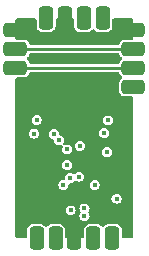
<source format=gbr>
%TF.GenerationSoftware,KiCad,Pcbnew,7.0.8*%
%TF.CreationDate,2024-02-17T11:30:40+00:00*%
%TF.ProjectId,uCoilDriver_I2C,75436f69-6c44-4726-9976-65725f493243,rev?*%
%TF.SameCoordinates,Original*%
%TF.FileFunction,Copper,L4,Bot*%
%TF.FilePolarity,Positive*%
%FSLAX46Y46*%
G04 Gerber Fmt 4.6, Leading zero omitted, Abs format (unit mm)*
G04 Created by KiCad (PCBNEW 7.0.8) date 2024-02-17 11:30:40*
%MOMM*%
%LPD*%
G01*
G04 APERTURE LIST*
G04 Aperture macros list*
%AMRoundRect*
0 Rectangle with rounded corners*
0 $1 Rounding radius*
0 $2 $3 $4 $5 $6 $7 $8 $9 X,Y pos of 4 corners*
0 Add a 4 corners polygon primitive as box body*
4,1,4,$2,$3,$4,$5,$6,$7,$8,$9,$2,$3,0*
0 Add four circle primitives for the rounded corners*
1,1,$1+$1,$2,$3*
1,1,$1+$1,$4,$5*
1,1,$1+$1,$6,$7*
1,1,$1+$1,$8,$9*
0 Add four rect primitives between the rounded corners*
20,1,$1+$1,$2,$3,$4,$5,0*
20,1,$1+$1,$4,$5,$6,$7,0*
20,1,$1+$1,$6,$7,$8,$9,0*
20,1,$1+$1,$8,$9,$2,$3,0*%
G04 Aperture macros list end*
%TA.AperFunction,CastellatedPad*%
%ADD10RoundRect,0.300000X-0.300000X-0.700000X0.300000X-0.700000X0.300000X0.700000X-0.300000X0.700000X0*%
%TD*%
%TA.AperFunction,CastellatedPad*%
%ADD11RoundRect,0.300000X-0.700000X0.300000X-0.700000X-0.300000X0.700000X-0.300000X0.700000X0.300000X0*%
%TD*%
%TA.AperFunction,CastellatedPad*%
%ADD12RoundRect,0.300000X0.700000X-0.300000X0.700000X0.300000X-0.700000X0.300000X-0.700000X-0.300000X0*%
%TD*%
%TA.AperFunction,CastellatedPad*%
%ADD13RoundRect,0.300000X0.300000X0.700000X-0.300000X0.700000X-0.300000X-0.700000X0.300000X-0.700000X0*%
%TD*%
%TA.AperFunction,ViaPad*%
%ADD14C,0.450000*%
%TD*%
%TA.AperFunction,ViaPad*%
%ADD15C,0.440000*%
%TD*%
%TA.AperFunction,Conductor*%
%ADD16C,0.250000*%
%TD*%
G04 APERTURE END LIST*
D10*
%TO.P,TP2,1,1*%
%TO.N,GND*%
X75699800Y-81550000D03*
%TD*%
D11*
%TO.P,TP6,1,1*%
%TO.N,/NRST*%
X81500000Y-87400400D03*
%TD*%
%TO.P,,1,1*%
%TO.N,/I2C1_SDA*%
X71500000Y-85800200D03*
%TD*%
%TO.P,TP7,1,1*%
%TO.N,/I2C1_SDA*%
X81500000Y-85800200D03*
%TD*%
D10*
%TO.P,TP13,1,1*%
%TO.N,/OUT1*%
X73299600Y-100200000D03*
%TD*%
D12*
%TO.P,TP8,1,1*%
%TO.N,/I2C1_SCL*%
X81500000Y-84200000D03*
%TD*%
%TO.P,,1,1*%
%TO.N,/I2C1_SCL*%
X71500000Y-84200000D03*
%TD*%
D10*
%TO.P,TP15,1,1*%
%TO.N,GND*%
X76500000Y-100200000D03*
%TD*%
%TO.P,TP17,1,1*%
%TO.N,/ADC_IN*%
X78100200Y-100200000D03*
%TD*%
%TO.P,TP14,1,1*%
%TO.N,/OUT2*%
X74899800Y-100200000D03*
%TD*%
D12*
%TO.P,TP11,1,1*%
%TO.N,GND*%
X81500000Y-82600000D03*
%TD*%
D10*
%TO.P,TP12,1,1*%
%TO.N,/SWDIO*%
X78900000Y-81550000D03*
%TD*%
D13*
%TO.P,TP3,1,1*%
%TO.N,/SWCLK*%
X77300000Y-81550000D03*
%TD*%
D12*
%TO.P,,1,1*%
%TO.N,GND*%
X71500000Y-82600000D03*
%TD*%
D10*
%TO.P,TP1,1,1*%
%TO.N,+12V*%
X74099600Y-81550000D03*
%TD*%
%TO.P,TP16,1,1*%
%TO.N,+3.3V*%
X79699600Y-100200000D03*
%TD*%
D14*
%TO.N,/NRST*%
X79335589Y-90235589D03*
X76962862Y-92385311D03*
%TO.N,GND*%
X78960251Y-86349700D03*
X76908240Y-83650500D03*
X80014411Y-90914411D03*
X78724500Y-87400000D03*
X78850500Y-88163400D03*
X72920000Y-96390000D03*
X76175000Y-88250000D03*
X72900000Y-92475000D03*
X77536664Y-94074433D03*
X73590000Y-96390000D03*
X76323774Y-96973450D03*
X78549500Y-94370000D03*
X75300000Y-88350000D03*
X80217605Y-91974153D03*
X74260000Y-96390000D03*
X78811630Y-94810255D03*
X75381142Y-96818372D03*
X74925000Y-88100000D03*
X72920000Y-95720000D03*
X75460000Y-91060000D03*
X79846725Y-91603275D03*
X79650000Y-83450000D03*
X77840000Y-97160000D03*
X78900000Y-84975000D03*
X78600000Y-83575000D03*
X74850000Y-96474500D03*
X79600000Y-84925000D03*
X73875000Y-94937500D03*
X76725000Y-96583500D03*
X77320000Y-96820000D03*
X77160000Y-85180000D03*
X79180000Y-97240000D03*
X78590000Y-97250000D03*
X78724500Y-86824027D03*
X78835462Y-88746720D03*
X75875000Y-96583500D03*
X73590000Y-95720000D03*
X75475000Y-85000000D03*
%TO.N,/PA2_IPROPI*%
X79025000Y-91300000D03*
X78211188Y-95711013D03*
%TO.N,/I2C1_SCL*%
X75862862Y-92691470D03*
%TO.N,/I2C1_SDA*%
X75895714Y-94010500D03*
%TO.N,/SWDIO*%
X73300500Y-90200000D03*
%TO.N,/SWCLK*%
X73050000Y-91350000D03*
%TO.N,/ADC_IN*%
X79264477Y-92935523D03*
%TO.N,Net-(U1-VREF)*%
X75565511Y-95706584D03*
X80065500Y-96860000D03*
%TO.N,/TIM2_CH2*%
X75172249Y-91914194D03*
X76872584Y-94997415D03*
%TO.N,/TIM2_CH1*%
X74774177Y-91400976D03*
X76141503Y-95132587D03*
%TO.N,/OUT2*%
X77351771Y-97694958D03*
X77350000Y-98320000D03*
D15*
%TO.N,/OUT1*%
X76175000Y-97858000D03*
%TD*%
D16*
%TO.N,/I2C1_SCL*%
X81500000Y-84200000D02*
X71500000Y-84200000D01*
%TO.N,/I2C1_SDA*%
X81500000Y-85800200D02*
X71500000Y-85800200D01*
%TD*%
%TA.AperFunction,Conductor*%
%TO.N,GND*%
G36*
X80256275Y-86145385D02*
G01*
X80302030Y-86198189D01*
X80305418Y-86206367D01*
X80356202Y-86342528D01*
X80356206Y-86342535D01*
X80442452Y-86457744D01*
X80442453Y-86457744D01*
X80442454Y-86457746D01*
X80485071Y-86489649D01*
X80500279Y-86501034D01*
X80542149Y-86556968D01*
X80547133Y-86626660D01*
X80513647Y-86687982D01*
X80500279Y-86699566D01*
X80442452Y-86742855D01*
X80356206Y-86858064D01*
X80356202Y-86858071D01*
X80305910Y-86992913D01*
X80305909Y-86992917D01*
X80299500Y-87052527D01*
X80299500Y-87052534D01*
X80299500Y-87052535D01*
X80299500Y-87748270D01*
X80299501Y-87748276D01*
X80305908Y-87807883D01*
X80356202Y-87942728D01*
X80356206Y-87942735D01*
X80442452Y-88057944D01*
X80442455Y-88057947D01*
X80557664Y-88144193D01*
X80557671Y-88144197D01*
X80602618Y-88160961D01*
X80692517Y-88194491D01*
X80752127Y-88200900D01*
X81376000Y-88200899D01*
X81443039Y-88220583D01*
X81488794Y-88273387D01*
X81500000Y-88324899D01*
X81500000Y-100071500D01*
X81480315Y-100138539D01*
X81427511Y-100184294D01*
X81376000Y-100195500D01*
X80624099Y-100195500D01*
X80557060Y-100175815D01*
X80511305Y-100123011D01*
X80500099Y-100071500D01*
X80500099Y-99452129D01*
X80500098Y-99452123D01*
X80500097Y-99452116D01*
X80493691Y-99392517D01*
X80443396Y-99257669D01*
X80443395Y-99257668D01*
X80443393Y-99257664D01*
X80357147Y-99142455D01*
X80357144Y-99142452D01*
X80241935Y-99056206D01*
X80241928Y-99056202D01*
X80107086Y-99005910D01*
X80107085Y-99005909D01*
X80107083Y-99005909D01*
X80047473Y-98999500D01*
X80047463Y-98999500D01*
X79351729Y-98999500D01*
X79351723Y-98999501D01*
X79292116Y-99005908D01*
X79157271Y-99056202D01*
X79157264Y-99056206D01*
X79042055Y-99142452D01*
X79042052Y-99142455D01*
X78999166Y-99199744D01*
X78943232Y-99241615D01*
X78873541Y-99246599D01*
X78812218Y-99213113D01*
X78800634Y-99199744D01*
X78757747Y-99142455D01*
X78757744Y-99142452D01*
X78642535Y-99056206D01*
X78642528Y-99056202D01*
X78507686Y-99005910D01*
X78507685Y-99005909D01*
X78507683Y-99005909D01*
X78448073Y-98999500D01*
X78448063Y-98999500D01*
X77752329Y-98999500D01*
X77752323Y-98999501D01*
X77692716Y-99005908D01*
X77557871Y-99056202D01*
X77557864Y-99056206D01*
X77442655Y-99142452D01*
X77442652Y-99142455D01*
X77356406Y-99257664D01*
X77356402Y-99257671D01*
X77306108Y-99392517D01*
X77299701Y-99452116D01*
X77299701Y-99452123D01*
X77299700Y-99452135D01*
X77299700Y-100071500D01*
X77280015Y-100138539D01*
X77227211Y-100184294D01*
X77175700Y-100195500D01*
X75824299Y-100195500D01*
X75757260Y-100175815D01*
X75711505Y-100123011D01*
X75700299Y-100071500D01*
X75700299Y-99452129D01*
X75700298Y-99452123D01*
X75700297Y-99452116D01*
X75693891Y-99392517D01*
X75643596Y-99257669D01*
X75643595Y-99257668D01*
X75643593Y-99257664D01*
X75557347Y-99142455D01*
X75557344Y-99142452D01*
X75442135Y-99056206D01*
X75442128Y-99056202D01*
X75307286Y-99005910D01*
X75307285Y-99005909D01*
X75307283Y-99005909D01*
X75247673Y-98999500D01*
X75247663Y-98999500D01*
X74551929Y-98999500D01*
X74551923Y-98999501D01*
X74492316Y-99005908D01*
X74357471Y-99056202D01*
X74357464Y-99056206D01*
X74242255Y-99142452D01*
X74198966Y-99200279D01*
X74143032Y-99242149D01*
X74073340Y-99247133D01*
X74012018Y-99213647D01*
X74000434Y-99200279D01*
X73989049Y-99185071D01*
X73957146Y-99142454D01*
X73957144Y-99142453D01*
X73957144Y-99142452D01*
X73841935Y-99056206D01*
X73841928Y-99056202D01*
X73707086Y-99005910D01*
X73707085Y-99005909D01*
X73707083Y-99005909D01*
X73647473Y-98999500D01*
X73647463Y-98999500D01*
X72951729Y-98999500D01*
X72951723Y-98999501D01*
X72892116Y-99005908D01*
X72757271Y-99056202D01*
X72757264Y-99056206D01*
X72642055Y-99142452D01*
X72642052Y-99142455D01*
X72555806Y-99257664D01*
X72555802Y-99257671D01*
X72505508Y-99392517D01*
X72499101Y-99452116D01*
X72499101Y-99452123D01*
X72499100Y-99452135D01*
X72499100Y-100071500D01*
X72479415Y-100138539D01*
X72426611Y-100184294D01*
X72375100Y-100195500D01*
X71626129Y-100195500D01*
X71559090Y-100175815D01*
X71513335Y-100123011D01*
X71502129Y-100071471D01*
X71502277Y-99448411D01*
X71502544Y-98320002D01*
X76919196Y-98320002D01*
X76940279Y-98453121D01*
X76940280Y-98453124D01*
X76940281Y-98453126D01*
X77001472Y-98573220D01*
X77001473Y-98573221D01*
X77001476Y-98573225D01*
X77096774Y-98668523D01*
X77096778Y-98668526D01*
X77096780Y-98668528D01*
X77216874Y-98729719D01*
X77216876Y-98729719D01*
X77216878Y-98729720D01*
X77349998Y-98750804D01*
X77350000Y-98750804D01*
X77350002Y-98750804D01*
X77483121Y-98729720D01*
X77483121Y-98729719D01*
X77483126Y-98729719D01*
X77603220Y-98668528D01*
X77698528Y-98573220D01*
X77759719Y-98453126D01*
X77780804Y-98320000D01*
X77775061Y-98283742D01*
X77759720Y-98186878D01*
X77759719Y-98186876D01*
X77759719Y-98186874D01*
X77698528Y-98066780D01*
X77698527Y-98066779D01*
X77697881Y-98065511D01*
X77684985Y-97996841D01*
X77697881Y-97952921D01*
X77700296Y-97948180D01*
X77700299Y-97948178D01*
X77761490Y-97828084D01*
X77761491Y-97828079D01*
X77782575Y-97694960D01*
X77782575Y-97694955D01*
X77761491Y-97561836D01*
X77761490Y-97561834D01*
X77761490Y-97561832D01*
X77700299Y-97441738D01*
X77700297Y-97441736D01*
X77700294Y-97441732D01*
X77604996Y-97346434D01*
X77604992Y-97346431D01*
X77604991Y-97346430D01*
X77484897Y-97285239D01*
X77484895Y-97285238D01*
X77484892Y-97285237D01*
X77351773Y-97264154D01*
X77351769Y-97264154D01*
X77218649Y-97285237D01*
X77098549Y-97346431D01*
X77098545Y-97346434D01*
X77003247Y-97441732D01*
X77003244Y-97441736D01*
X76942050Y-97561836D01*
X76920967Y-97694955D01*
X76920967Y-97694960D01*
X76942050Y-97828081D01*
X77003889Y-97949447D01*
X77016785Y-98018116D01*
X77003889Y-98062035D01*
X76940279Y-98186876D01*
X76919196Y-98319997D01*
X76919196Y-98320002D01*
X71502544Y-98320002D01*
X71502653Y-97858003D01*
X75749258Y-97858003D01*
X75770093Y-97989557D01*
X75770093Y-97989558D01*
X75830568Y-98108246D01*
X75830571Y-98108250D01*
X75924749Y-98202428D01*
X75924753Y-98202431D01*
X75924755Y-98202433D01*
X76043438Y-98262905D01*
X76043440Y-98262905D01*
X76043442Y-98262906D01*
X76174997Y-98283742D01*
X76175000Y-98283742D01*
X76175003Y-98283742D01*
X76306557Y-98262906D01*
X76306558Y-98262906D01*
X76306559Y-98262905D01*
X76306562Y-98262905D01*
X76425245Y-98202433D01*
X76519433Y-98108245D01*
X76579905Y-97989562D01*
X76579906Y-97989557D01*
X76600742Y-97858003D01*
X76600742Y-97857996D01*
X76579906Y-97726442D01*
X76579906Y-97726441D01*
X76579905Y-97726439D01*
X76579905Y-97726438D01*
X76519433Y-97607755D01*
X76519431Y-97607753D01*
X76519428Y-97607749D01*
X76425250Y-97513571D01*
X76425246Y-97513568D01*
X76425245Y-97513567D01*
X76306562Y-97453095D01*
X76306560Y-97453094D01*
X76306557Y-97453093D01*
X76175003Y-97432258D01*
X76174997Y-97432258D01*
X76043442Y-97453093D01*
X76043441Y-97453093D01*
X75924753Y-97513568D01*
X75924749Y-97513571D01*
X75830571Y-97607749D01*
X75830568Y-97607753D01*
X75770093Y-97726441D01*
X75770093Y-97726442D01*
X75749258Y-97857996D01*
X75749258Y-97858003D01*
X71502653Y-97858003D01*
X71502889Y-96860002D01*
X79634696Y-96860002D01*
X79655779Y-96993121D01*
X79655780Y-96993124D01*
X79655781Y-96993126D01*
X79716972Y-97113220D01*
X79716973Y-97113221D01*
X79716976Y-97113225D01*
X79812274Y-97208523D01*
X79812278Y-97208526D01*
X79812280Y-97208528D01*
X79932374Y-97269719D01*
X79932376Y-97269719D01*
X79932378Y-97269720D01*
X80065498Y-97290804D01*
X80065500Y-97290804D01*
X80065502Y-97290804D01*
X80198621Y-97269720D01*
X80198621Y-97269719D01*
X80198626Y-97269719D01*
X80318720Y-97208528D01*
X80414028Y-97113220D01*
X80475219Y-96993126D01*
X80496304Y-96860000D01*
X80475219Y-96726874D01*
X80414028Y-96606780D01*
X80414026Y-96606778D01*
X80414023Y-96606774D01*
X80318725Y-96511476D01*
X80318721Y-96511473D01*
X80318720Y-96511472D01*
X80198626Y-96450281D01*
X80198624Y-96450280D01*
X80198621Y-96450279D01*
X80065502Y-96429196D01*
X80065498Y-96429196D01*
X79932378Y-96450279D01*
X79812278Y-96511473D01*
X79812274Y-96511476D01*
X79716976Y-96606774D01*
X79716973Y-96606778D01*
X79655779Y-96726878D01*
X79634696Y-96859997D01*
X79634696Y-96860002D01*
X71502889Y-96860002D01*
X71503162Y-95706586D01*
X75134707Y-95706586D01*
X75155790Y-95839705D01*
X75155791Y-95839708D01*
X75155792Y-95839710D01*
X75158049Y-95844139D01*
X75216984Y-95959805D01*
X75216987Y-95959809D01*
X75312285Y-96055107D01*
X75312289Y-96055110D01*
X75312291Y-96055112D01*
X75432385Y-96116303D01*
X75432387Y-96116303D01*
X75432389Y-96116304D01*
X75565509Y-96137388D01*
X75565511Y-96137388D01*
X75565513Y-96137388D01*
X75698632Y-96116304D01*
X75698632Y-96116303D01*
X75698637Y-96116303D01*
X75818731Y-96055112D01*
X75914039Y-95959804D01*
X75975230Y-95839710D01*
X75975231Y-95839705D01*
X75995614Y-95711015D01*
X77780384Y-95711015D01*
X77801467Y-95844134D01*
X77801468Y-95844137D01*
X77801469Y-95844139D01*
X77860404Y-95959805D01*
X77862661Y-95964234D01*
X77862664Y-95964238D01*
X77957962Y-96059536D01*
X77957966Y-96059539D01*
X77957968Y-96059541D01*
X78078062Y-96120732D01*
X78078064Y-96120732D01*
X78078066Y-96120733D01*
X78211186Y-96141817D01*
X78211188Y-96141817D01*
X78211190Y-96141817D01*
X78344309Y-96120733D01*
X78344309Y-96120732D01*
X78344314Y-96120732D01*
X78464408Y-96059541D01*
X78559716Y-95964233D01*
X78620907Y-95844139D01*
X78620908Y-95844134D01*
X78641992Y-95711015D01*
X78641992Y-95711010D01*
X78620908Y-95577891D01*
X78620907Y-95577889D01*
X78620907Y-95577887D01*
X78559716Y-95457793D01*
X78559714Y-95457791D01*
X78559711Y-95457787D01*
X78464413Y-95362489D01*
X78464409Y-95362486D01*
X78464408Y-95362485D01*
X78344314Y-95301294D01*
X78344312Y-95301293D01*
X78344309Y-95301292D01*
X78211190Y-95280209D01*
X78211186Y-95280209D01*
X78078066Y-95301292D01*
X77957966Y-95362486D01*
X77957962Y-95362489D01*
X77862664Y-95457787D01*
X77862661Y-95457791D01*
X77801467Y-95577891D01*
X77780384Y-95711010D01*
X77780384Y-95711015D01*
X75995614Y-95711015D01*
X75996315Y-95706586D01*
X75996315Y-95706584D01*
X75996015Y-95704691D01*
X75996315Y-95702369D01*
X75996315Y-95696825D01*
X75997031Y-95696825D01*
X76004969Y-95635397D01*
X76049964Y-95581945D01*
X76116715Y-95561304D01*
X76137881Y-95562817D01*
X76141503Y-95563391D01*
X76236831Y-95548292D01*
X76274624Y-95542307D01*
X76274624Y-95542306D01*
X76274629Y-95542306D01*
X76394723Y-95481115D01*
X76490031Y-95385807D01*
X76490031Y-95385805D01*
X76496389Y-95379448D01*
X76557712Y-95345962D01*
X76627403Y-95350946D01*
X76640350Y-95356636D01*
X76739458Y-95407134D01*
X76739460Y-95407134D01*
X76739462Y-95407135D01*
X76872582Y-95428219D01*
X76872584Y-95428219D01*
X76872586Y-95428219D01*
X77005705Y-95407135D01*
X77005705Y-95407134D01*
X77005710Y-95407134D01*
X77125804Y-95345943D01*
X77221112Y-95250635D01*
X77282303Y-95130541D01*
X77282304Y-95130536D01*
X77303388Y-94997417D01*
X77303388Y-94997412D01*
X77282304Y-94864293D01*
X77282303Y-94864291D01*
X77282303Y-94864289D01*
X77221112Y-94744195D01*
X77221110Y-94744193D01*
X77221107Y-94744189D01*
X77125809Y-94648891D01*
X77125805Y-94648888D01*
X77125804Y-94648887D01*
X77005710Y-94587696D01*
X77005708Y-94587695D01*
X77005705Y-94587694D01*
X76872586Y-94566611D01*
X76872582Y-94566611D01*
X76739462Y-94587694D01*
X76619362Y-94648888D01*
X76517695Y-94750555D01*
X76456372Y-94784039D01*
X76386680Y-94779055D01*
X76373734Y-94773364D01*
X76274629Y-94722868D01*
X76274627Y-94722867D01*
X76274624Y-94722866D01*
X76141505Y-94701783D01*
X76141501Y-94701783D01*
X76008381Y-94722866D01*
X75888281Y-94784060D01*
X75888277Y-94784063D01*
X75792979Y-94879361D01*
X75792976Y-94879365D01*
X75792975Y-94879367D01*
X75732826Y-94997417D01*
X75731782Y-94999465D01*
X75710699Y-95132584D01*
X75710699Y-95132593D01*
X75710999Y-95134488D01*
X75710699Y-95136808D01*
X75710699Y-95142346D01*
X75709983Y-95142346D01*
X75702041Y-95203781D01*
X75657042Y-95257230D01*
X75590289Y-95277866D01*
X75569131Y-95276353D01*
X75565513Y-95275780D01*
X75565509Y-95275780D01*
X75432389Y-95296863D01*
X75312289Y-95358057D01*
X75312285Y-95358060D01*
X75216987Y-95453358D01*
X75216984Y-95453362D01*
X75155790Y-95573462D01*
X75134707Y-95706581D01*
X75134707Y-95706586D01*
X71503162Y-95706586D01*
X71503563Y-94010502D01*
X75464910Y-94010502D01*
X75485993Y-94143621D01*
X75485994Y-94143624D01*
X75485995Y-94143626D01*
X75547186Y-94263720D01*
X75547187Y-94263721D01*
X75547190Y-94263725D01*
X75642488Y-94359023D01*
X75642492Y-94359026D01*
X75642494Y-94359028D01*
X75762588Y-94420219D01*
X75762590Y-94420219D01*
X75762592Y-94420220D01*
X75895712Y-94441304D01*
X75895714Y-94441304D01*
X75895716Y-94441304D01*
X76028835Y-94420220D01*
X76028835Y-94420219D01*
X76028840Y-94420219D01*
X76148934Y-94359028D01*
X76244242Y-94263720D01*
X76305433Y-94143626D01*
X76326518Y-94010500D01*
X76305433Y-93877374D01*
X76244242Y-93757280D01*
X76244240Y-93757278D01*
X76244237Y-93757274D01*
X76148939Y-93661976D01*
X76148935Y-93661973D01*
X76148934Y-93661972D01*
X76028840Y-93600781D01*
X76028838Y-93600780D01*
X76028835Y-93600779D01*
X75895716Y-93579696D01*
X75895712Y-93579696D01*
X75762592Y-93600779D01*
X75642492Y-93661973D01*
X75642488Y-93661976D01*
X75547190Y-93757274D01*
X75547187Y-93757278D01*
X75485993Y-93877378D01*
X75464910Y-94010497D01*
X75464910Y-94010502D01*
X71503563Y-94010502D01*
X71503958Y-92342942D01*
X71504193Y-91350002D01*
X72619196Y-91350002D01*
X72640279Y-91483121D01*
X72640280Y-91483124D01*
X72640281Y-91483126D01*
X72701472Y-91603220D01*
X72701473Y-91603221D01*
X72701476Y-91603225D01*
X72796774Y-91698523D01*
X72796778Y-91698526D01*
X72796780Y-91698528D01*
X72916874Y-91759719D01*
X72916876Y-91759719D01*
X72916878Y-91759720D01*
X73049998Y-91780804D01*
X73050000Y-91780804D01*
X73050002Y-91780804D01*
X73183121Y-91759720D01*
X73183121Y-91759719D01*
X73183126Y-91759719D01*
X73303220Y-91698528D01*
X73398528Y-91603220D01*
X73459719Y-91483126D01*
X73472730Y-91400978D01*
X74343373Y-91400978D01*
X74364456Y-91534097D01*
X74364457Y-91534100D01*
X74364458Y-91534102D01*
X74425649Y-91654196D01*
X74425650Y-91654197D01*
X74425653Y-91654201D01*
X74520951Y-91749499D01*
X74520955Y-91749502D01*
X74520957Y-91749504D01*
X74641051Y-91810695D01*
X74641052Y-91810695D01*
X74641054Y-91810696D01*
X74650336Y-91813712D01*
X74649694Y-91815685D01*
X74701354Y-91840167D01*
X74738293Y-91899474D01*
X74741306Y-91913323D01*
X74762528Y-92047315D01*
X74762529Y-92047318D01*
X74762530Y-92047320D01*
X74815916Y-92152095D01*
X74823722Y-92167415D01*
X74823725Y-92167419D01*
X74919023Y-92262717D01*
X74919027Y-92262720D01*
X74919029Y-92262722D01*
X75039123Y-92323913D01*
X75039125Y-92323913D01*
X75039127Y-92323914D01*
X75172247Y-92344998D01*
X75172249Y-92344998D01*
X75172251Y-92344998D01*
X75305370Y-92323914D01*
X75305370Y-92323913D01*
X75305375Y-92323913D01*
X75326257Y-92313273D01*
X75394921Y-92300377D01*
X75459662Y-92326652D01*
X75499920Y-92383757D01*
X75502914Y-92453563D01*
X75493034Y-92480052D01*
X75453141Y-92558346D01*
X75432058Y-92691467D01*
X75432058Y-92691472D01*
X75453141Y-92824591D01*
X75453142Y-92824594D01*
X75453143Y-92824596D01*
X75514334Y-92944690D01*
X75514335Y-92944691D01*
X75514338Y-92944695D01*
X75609636Y-93039993D01*
X75609640Y-93039996D01*
X75609642Y-93039998D01*
X75729736Y-93101189D01*
X75729738Y-93101189D01*
X75729740Y-93101190D01*
X75862860Y-93122274D01*
X75862862Y-93122274D01*
X75862864Y-93122274D01*
X75995983Y-93101190D01*
X75995983Y-93101189D01*
X75995988Y-93101189D01*
X76116082Y-93039998D01*
X76211390Y-92944690D01*
X76216060Y-92935525D01*
X78833673Y-92935525D01*
X78854756Y-93068644D01*
X78854757Y-93068647D01*
X78854758Y-93068649D01*
X78915949Y-93188743D01*
X78915950Y-93188744D01*
X78915953Y-93188748D01*
X79011251Y-93284046D01*
X79011255Y-93284049D01*
X79011257Y-93284051D01*
X79131351Y-93345242D01*
X79131353Y-93345242D01*
X79131355Y-93345243D01*
X79264475Y-93366327D01*
X79264477Y-93366327D01*
X79264479Y-93366327D01*
X79397598Y-93345243D01*
X79397598Y-93345242D01*
X79397603Y-93345242D01*
X79517697Y-93284051D01*
X79613005Y-93188743D01*
X79674196Y-93068649D01*
X79678735Y-93039993D01*
X79695281Y-92935525D01*
X79695281Y-92935520D01*
X79674197Y-92802401D01*
X79674196Y-92802399D01*
X79674196Y-92802397D01*
X79613005Y-92682303D01*
X79613003Y-92682301D01*
X79613000Y-92682297D01*
X79517702Y-92586999D01*
X79517698Y-92586996D01*
X79517697Y-92586995D01*
X79397603Y-92525804D01*
X79397601Y-92525803D01*
X79397598Y-92525802D01*
X79264479Y-92504719D01*
X79264475Y-92504719D01*
X79131355Y-92525802D01*
X79011255Y-92586996D01*
X79011251Y-92586999D01*
X78915953Y-92682297D01*
X78915950Y-92682301D01*
X78854756Y-92802401D01*
X78833673Y-92935520D01*
X78833673Y-92935525D01*
X76216060Y-92935525D01*
X76272581Y-92824596D01*
X76273924Y-92816115D01*
X76293666Y-92691472D01*
X76293666Y-92691467D01*
X76272582Y-92558348D01*
X76272581Y-92558346D01*
X76272581Y-92558344D01*
X76211390Y-92438250D01*
X76211388Y-92438248D01*
X76211385Y-92438244D01*
X76158454Y-92385313D01*
X76532058Y-92385313D01*
X76553141Y-92518432D01*
X76553142Y-92518435D01*
X76553143Y-92518437D01*
X76614334Y-92638531D01*
X76614335Y-92638532D01*
X76614338Y-92638536D01*
X76709636Y-92733834D01*
X76709640Y-92733837D01*
X76709642Y-92733839D01*
X76829736Y-92795030D01*
X76829738Y-92795030D01*
X76829740Y-92795031D01*
X76962860Y-92816115D01*
X76962862Y-92816115D01*
X76962864Y-92816115D01*
X77095983Y-92795031D01*
X77095983Y-92795030D01*
X77095988Y-92795030D01*
X77216082Y-92733839D01*
X77311390Y-92638531D01*
X77372581Y-92518437D01*
X77382856Y-92453563D01*
X77393666Y-92385313D01*
X77393666Y-92385308D01*
X77372582Y-92252189D01*
X77372581Y-92252187D01*
X77372581Y-92252185D01*
X77311390Y-92132091D01*
X77311388Y-92132089D01*
X77311385Y-92132085D01*
X77216087Y-92036787D01*
X77216083Y-92036784D01*
X77216082Y-92036783D01*
X77095988Y-91975592D01*
X77095986Y-91975591D01*
X77095983Y-91975590D01*
X76962864Y-91954507D01*
X76962860Y-91954507D01*
X76829740Y-91975590D01*
X76709640Y-92036784D01*
X76709636Y-92036787D01*
X76614338Y-92132085D01*
X76614335Y-92132089D01*
X76614334Y-92132091D01*
X76568574Y-92221901D01*
X76553141Y-92252189D01*
X76532058Y-92385308D01*
X76532058Y-92385313D01*
X76158454Y-92385313D01*
X76116087Y-92342946D01*
X76116083Y-92342943D01*
X76116082Y-92342942D01*
X75995988Y-92281751D01*
X75995986Y-92281750D01*
X75995983Y-92281749D01*
X75862864Y-92260666D01*
X75862860Y-92260666D01*
X75729739Y-92281749D01*
X75708854Y-92292391D01*
X75640184Y-92305286D01*
X75575444Y-92279008D01*
X75535188Y-92221901D01*
X75532197Y-92152095D01*
X75542072Y-92125618D01*
X75581968Y-92047320D01*
X75603053Y-91914194D01*
X75602915Y-91913323D01*
X75581969Y-91781072D01*
X75581968Y-91781070D01*
X75581968Y-91781068D01*
X75520777Y-91660974D01*
X75520775Y-91660972D01*
X75520772Y-91660968D01*
X75425474Y-91565670D01*
X75425471Y-91565668D01*
X75425469Y-91565666D01*
X75343849Y-91524078D01*
X75305372Y-91504473D01*
X75296091Y-91501458D01*
X75296730Y-91499488D01*
X75245049Y-91474981D01*
X75208124Y-91415665D01*
X75205119Y-91401845D01*
X75188989Y-91300002D01*
X78594196Y-91300002D01*
X78615279Y-91433121D01*
X78615280Y-91433124D01*
X78615281Y-91433126D01*
X78666731Y-91534102D01*
X78676473Y-91553221D01*
X78676476Y-91553225D01*
X78771774Y-91648523D01*
X78771778Y-91648526D01*
X78771780Y-91648528D01*
X78891874Y-91709719D01*
X78891876Y-91709719D01*
X78891878Y-91709720D01*
X79024998Y-91730804D01*
X79025000Y-91730804D01*
X79025002Y-91730804D01*
X79158121Y-91709720D01*
X79158121Y-91709719D01*
X79158126Y-91709719D01*
X79278220Y-91648528D01*
X79373528Y-91553220D01*
X79434719Y-91433126D01*
X79437485Y-91415665D01*
X79455804Y-91300002D01*
X79455804Y-91299997D01*
X79434720Y-91166878D01*
X79434719Y-91166876D01*
X79434719Y-91166874D01*
X79373528Y-91046780D01*
X79373526Y-91046778D01*
X79373523Y-91046774D01*
X79278225Y-90951476D01*
X79278221Y-90951473D01*
X79278220Y-90951472D01*
X79158126Y-90890281D01*
X79158124Y-90890280D01*
X79158121Y-90890279D01*
X79025002Y-90869196D01*
X79024998Y-90869196D01*
X78891878Y-90890279D01*
X78771778Y-90951473D01*
X78771774Y-90951476D01*
X78676476Y-91046774D01*
X78676473Y-91046778D01*
X78615279Y-91166878D01*
X78594196Y-91299997D01*
X78594196Y-91300002D01*
X75188989Y-91300002D01*
X75183897Y-91267854D01*
X75183896Y-91267852D01*
X75183896Y-91267850D01*
X75122705Y-91147756D01*
X75122703Y-91147754D01*
X75122700Y-91147750D01*
X75027402Y-91052452D01*
X75027398Y-91052449D01*
X75027397Y-91052448D01*
X74907303Y-90991257D01*
X74907301Y-90991256D01*
X74907298Y-90991255D01*
X74774179Y-90970172D01*
X74774175Y-90970172D01*
X74641055Y-90991255D01*
X74520955Y-91052449D01*
X74520951Y-91052452D01*
X74425653Y-91147750D01*
X74425650Y-91147754D01*
X74364456Y-91267854D01*
X74343373Y-91400973D01*
X74343373Y-91400978D01*
X73472730Y-91400978D01*
X73480804Y-91350002D01*
X73480804Y-91349997D01*
X73459720Y-91216878D01*
X73459719Y-91216876D01*
X73459719Y-91216874D01*
X73398528Y-91096780D01*
X73398526Y-91096778D01*
X73398523Y-91096774D01*
X73303225Y-91001476D01*
X73303221Y-91001473D01*
X73303220Y-91001472D01*
X73183126Y-90940281D01*
X73183124Y-90940280D01*
X73183121Y-90940279D01*
X73050002Y-90919196D01*
X73049998Y-90919196D01*
X72916878Y-90940279D01*
X72916874Y-90940280D01*
X72916874Y-90940281D01*
X72894903Y-90951476D01*
X72796778Y-91001473D01*
X72796774Y-91001476D01*
X72701476Y-91096774D01*
X72701473Y-91096778D01*
X72640279Y-91216878D01*
X72619196Y-91349997D01*
X72619196Y-91350002D01*
X71504193Y-91350002D01*
X71504465Y-90200002D01*
X72869696Y-90200002D01*
X72890779Y-90333121D01*
X72890780Y-90333124D01*
X72890781Y-90333126D01*
X72908912Y-90368710D01*
X72951973Y-90453221D01*
X72951976Y-90453225D01*
X73047274Y-90548523D01*
X73047278Y-90548526D01*
X73047280Y-90548528D01*
X73167374Y-90609719D01*
X73167376Y-90609719D01*
X73167378Y-90609720D01*
X73300498Y-90630804D01*
X73300500Y-90630804D01*
X73300502Y-90630804D01*
X73433621Y-90609720D01*
X73433621Y-90609719D01*
X73433626Y-90609719D01*
X73553720Y-90548528D01*
X73649028Y-90453220D01*
X73710219Y-90333126D01*
X73725667Y-90235591D01*
X78904785Y-90235591D01*
X78925868Y-90368710D01*
X78925869Y-90368713D01*
X78925870Y-90368715D01*
X78987061Y-90488809D01*
X78987062Y-90488810D01*
X78987065Y-90488814D01*
X79082363Y-90584112D01*
X79082367Y-90584115D01*
X79082369Y-90584117D01*
X79202463Y-90645308D01*
X79202465Y-90645308D01*
X79202467Y-90645309D01*
X79335587Y-90666393D01*
X79335589Y-90666393D01*
X79335591Y-90666393D01*
X79468710Y-90645309D01*
X79468710Y-90645308D01*
X79468715Y-90645308D01*
X79588809Y-90584117D01*
X79684117Y-90488809D01*
X79745308Y-90368715D01*
X79766393Y-90235589D01*
X79760756Y-90200000D01*
X79745309Y-90102467D01*
X79745308Y-90102465D01*
X79745308Y-90102463D01*
X79684117Y-89982369D01*
X79684115Y-89982367D01*
X79684112Y-89982363D01*
X79588814Y-89887065D01*
X79588810Y-89887062D01*
X79588809Y-89887061D01*
X79468715Y-89825870D01*
X79468713Y-89825869D01*
X79468710Y-89825868D01*
X79335591Y-89804785D01*
X79335587Y-89804785D01*
X79202467Y-89825868D01*
X79082367Y-89887062D01*
X79082363Y-89887065D01*
X78987065Y-89982363D01*
X78987062Y-89982367D01*
X78925868Y-90102467D01*
X78904785Y-90235586D01*
X78904785Y-90235591D01*
X73725667Y-90235591D01*
X73731304Y-90200002D01*
X73731304Y-90199997D01*
X73710220Y-90066878D01*
X73710219Y-90066876D01*
X73710219Y-90066874D01*
X73649028Y-89946780D01*
X73649026Y-89946778D01*
X73649023Y-89946774D01*
X73553725Y-89851476D01*
X73553721Y-89851473D01*
X73553720Y-89851472D01*
X73433626Y-89790281D01*
X73433624Y-89790280D01*
X73433621Y-89790279D01*
X73300502Y-89769196D01*
X73300498Y-89769196D01*
X73167378Y-89790279D01*
X73047278Y-89851473D01*
X73047274Y-89851476D01*
X72951976Y-89946774D01*
X72951973Y-89946778D01*
X72890779Y-90066878D01*
X72869696Y-90199997D01*
X72869696Y-90200002D01*
X71504465Y-90200002D01*
X71505287Y-86724670D01*
X71524987Y-86657635D01*
X71577802Y-86611892D01*
X71629287Y-86600699D01*
X72247871Y-86600699D01*
X72247872Y-86600699D01*
X72307483Y-86594291D01*
X72442331Y-86543996D01*
X72557546Y-86457746D01*
X72643796Y-86342531D01*
X72694091Y-86207683D01*
X72694090Y-86207683D01*
X72694582Y-86206367D01*
X72736453Y-86150433D01*
X72801917Y-86126016D01*
X72810764Y-86125700D01*
X80189236Y-86125700D01*
X80256275Y-86145385D01*
G37*
%TD.AperFunction*%
%TA.AperFunction,Conductor*%
G36*
X80256275Y-84545185D02*
G01*
X80302030Y-84597989D01*
X80305418Y-84606167D01*
X80356202Y-84742328D01*
X80356206Y-84742335D01*
X80442452Y-84857544D01*
X80442453Y-84857544D01*
X80442454Y-84857546D01*
X80485071Y-84889449D01*
X80500279Y-84900834D01*
X80542149Y-84956768D01*
X80547133Y-85026460D01*
X80513647Y-85087782D01*
X80500279Y-85099366D01*
X80442452Y-85142655D01*
X80356206Y-85257864D01*
X80356202Y-85257871D01*
X80305418Y-85394033D01*
X80263547Y-85449967D01*
X80198083Y-85474384D01*
X80189236Y-85474700D01*
X72810764Y-85474700D01*
X72743725Y-85455015D01*
X72697970Y-85402211D01*
X72694582Y-85394033D01*
X72643797Y-85257871D01*
X72643793Y-85257864D01*
X72557547Y-85142656D01*
X72557548Y-85142656D01*
X72557546Y-85142654D01*
X72499719Y-85099365D01*
X72457850Y-85043433D01*
X72452866Y-84973741D01*
X72486351Y-84912418D01*
X72499714Y-84900839D01*
X72557546Y-84857546D01*
X72643796Y-84742331D01*
X72694091Y-84607483D01*
X72694090Y-84607483D01*
X72694582Y-84606167D01*
X72736453Y-84550233D01*
X72801917Y-84525816D01*
X72810764Y-84525500D01*
X80189236Y-84525500D01*
X80256275Y-84545185D01*
G37*
%TD.AperFunction*%
%TA.AperFunction,Conductor*%
G36*
X73242140Y-81619685D02*
G01*
X73287895Y-81672489D01*
X73299101Y-81724000D01*
X73299101Y-82297876D01*
X73305508Y-82357483D01*
X73355802Y-82492328D01*
X73355806Y-82492335D01*
X73442052Y-82607544D01*
X73442055Y-82607547D01*
X73557264Y-82693793D01*
X73557271Y-82693797D01*
X73602218Y-82710561D01*
X73692117Y-82744091D01*
X73751727Y-82750500D01*
X74447472Y-82750499D01*
X74507083Y-82744091D01*
X74641931Y-82693796D01*
X74757146Y-82607546D01*
X74843396Y-82492331D01*
X74893691Y-82357483D01*
X74900100Y-82297873D01*
X74900100Y-81724000D01*
X74919785Y-81656961D01*
X74972589Y-81611206D01*
X75024100Y-81600000D01*
X76375501Y-81600000D01*
X76442540Y-81619685D01*
X76488295Y-81672489D01*
X76499501Y-81724000D01*
X76499501Y-82297876D01*
X76505908Y-82357483D01*
X76556202Y-82492328D01*
X76556206Y-82492335D01*
X76642452Y-82607544D01*
X76642455Y-82607547D01*
X76757664Y-82693793D01*
X76757671Y-82693797D01*
X76802618Y-82710561D01*
X76892517Y-82744091D01*
X76952127Y-82750500D01*
X77647872Y-82750499D01*
X77707483Y-82744091D01*
X77842331Y-82693796D01*
X77957546Y-82607546D01*
X78000734Y-82549854D01*
X78056667Y-82507984D01*
X78126359Y-82503000D01*
X78187682Y-82536485D01*
X78199263Y-82549850D01*
X78242454Y-82607546D01*
X78288643Y-82642123D01*
X78357664Y-82693793D01*
X78357671Y-82693797D01*
X78402618Y-82710561D01*
X78492517Y-82744091D01*
X78552127Y-82750500D01*
X79247872Y-82750499D01*
X79307483Y-82744091D01*
X79442331Y-82693796D01*
X79557546Y-82607546D01*
X79643796Y-82492331D01*
X79694091Y-82357483D01*
X79700500Y-82297873D01*
X79700500Y-81724000D01*
X79720185Y-81656961D01*
X79772989Y-81611206D01*
X79824500Y-81600000D01*
X81376000Y-81600000D01*
X81443039Y-81619685D01*
X81488794Y-81672489D01*
X81500000Y-81724000D01*
X81500000Y-83275500D01*
X81480315Y-83342539D01*
X81427511Y-83388294D01*
X81376000Y-83399500D01*
X80752129Y-83399500D01*
X80752123Y-83399501D01*
X80692516Y-83405908D01*
X80557671Y-83456202D01*
X80557664Y-83456206D01*
X80442455Y-83542452D01*
X80442452Y-83542455D01*
X80356206Y-83657664D01*
X80356202Y-83657671D01*
X80305418Y-83793833D01*
X80263547Y-83849767D01*
X80198083Y-83874184D01*
X80189236Y-83874500D01*
X72810764Y-83874500D01*
X72743725Y-83854815D01*
X72697970Y-83802011D01*
X72694582Y-83793833D01*
X72643797Y-83657671D01*
X72643793Y-83657664D01*
X72557547Y-83542455D01*
X72557544Y-83542452D01*
X72442335Y-83456206D01*
X72442328Y-83456202D01*
X72307482Y-83405908D01*
X72307483Y-83405908D01*
X72247883Y-83399501D01*
X72247881Y-83399500D01*
X72247873Y-83399500D01*
X72247865Y-83399500D01*
X71630102Y-83399500D01*
X71563063Y-83379815D01*
X71517308Y-83327011D01*
X71506102Y-83275471D01*
X71506261Y-82607547D01*
X71506470Y-81723971D01*
X71526170Y-81656936D01*
X71578985Y-81611193D01*
X71630470Y-81600000D01*
X73175101Y-81600000D01*
X73242140Y-81619685D01*
G37*
%TD.AperFunction*%
%TD*%
M02*

</source>
